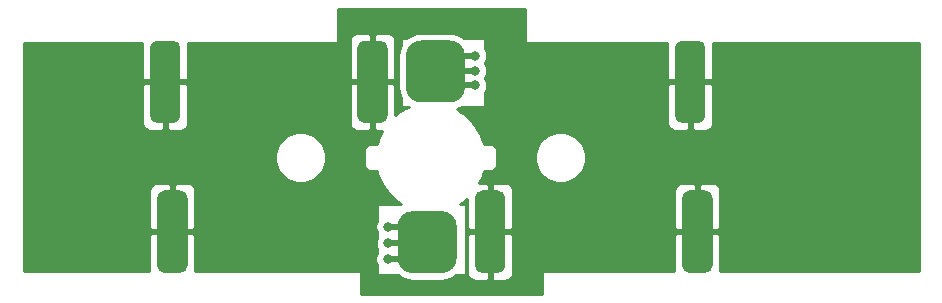
<source format=gtl>
%TF.GenerationSoftware,KiCad,Pcbnew,(5.1.9-0-10_14)*%
%TF.CreationDate,2022-02-18T16:15:46-06:00*%
%TF.ProjectId,OwlSat_Official,4f776c53-6174-45f4-9f66-66696369616c,4*%
%TF.SameCoordinates,Original*%
%TF.FileFunction,Copper,L1,Top*%
%TF.FilePolarity,Positive*%
%FSLAX46Y46*%
G04 Gerber Fmt 4.6, Leading zero omitted, Abs format (unit mm)*
G04 Created by KiCad (PCBNEW (5.1.9-0-10_14)) date 2022-02-18 16:15:46*
%MOMM*%
%LPD*%
G01*
G04 APERTURE LIST*
%TA.AperFunction,ViaPad*%
%ADD10C,0.800000*%
%TD*%
%TA.AperFunction,Conductor*%
%ADD11C,0.500000*%
%TD*%
%TA.AperFunction,Conductor*%
%ADD12C,0.254000*%
%TD*%
%TA.AperFunction,Conductor*%
%ADD13C,0.100000*%
%TD*%
G04 APERTURE END LIST*
%TO.P,U1,4*%
%TO.N,Net-(U1-Pad1)*%
%TA.AperFunction,SMDPad,CuDef*%
G36*
G01*
X127450000Y-85660000D02*
X127450000Y-91360000D01*
G75*
G02*
X126800000Y-92010000I-650000J0D01*
G01*
X125500000Y-92010000D01*
G75*
G02*
X124850000Y-91360000I0J650000D01*
G01*
X124850000Y-85660000D01*
G75*
G02*
X125500000Y-85010000I650000J0D01*
G01*
X126800000Y-85010000D01*
G75*
G02*
X127450000Y-85660000I0J-650000D01*
G01*
G37*
%TD.AperFunction*%
%TO.P,U1,3*%
%TA.AperFunction,SMDPad,CuDef*%
G36*
G01*
X145000000Y-85660000D02*
X145000000Y-91360000D01*
G75*
G02*
X144350000Y-92010000I-650000J0D01*
G01*
X143050000Y-92010000D01*
G75*
G02*
X142400000Y-91360000I0J650000D01*
G01*
X142400000Y-85660000D01*
G75*
G02*
X143050000Y-85010000I650000J0D01*
G01*
X144350000Y-85010000D01*
G75*
G02*
X145000000Y-85660000I0J-650000D01*
G01*
G37*
%TD.AperFunction*%
%TO.P,U1,2*%
%TO.N,Net-(U1-Pad2)*%
%TA.AperFunction,SMDPad,CuDef*%
G36*
G01*
X151530000Y-86255000D02*
X151530000Y-89005000D01*
G75*
G02*
X150280000Y-90255000I-1250000J0D01*
G01*
X147780000Y-90255000D01*
G75*
G02*
X146530000Y-89005000I0J1250000D01*
G01*
X146530000Y-86255000D01*
G75*
G02*
X147780000Y-85005000I1250000J0D01*
G01*
X150280000Y-85005000D01*
G75*
G02*
X151530000Y-86255000I0J-1250000D01*
G01*
G37*
%TD.AperFunction*%
%TO.P,U1,1*%
%TO.N,Net-(U1-Pad1)*%
%TA.AperFunction,SMDPad,CuDef*%
G36*
G01*
X171900000Y-85660000D02*
X171900000Y-91360000D01*
G75*
G02*
X171250000Y-92010000I-650000J0D01*
G01*
X169950000Y-92010000D01*
G75*
G02*
X169300000Y-91360000I0J650000D01*
G01*
X169300000Y-85660000D01*
G75*
G02*
X169950000Y-85010000I650000J0D01*
G01*
X171250000Y-85010000D01*
G75*
G02*
X171900000Y-85660000I0J-650000D01*
G01*
G37*
%TD.AperFunction*%
%TD*%
%TO.P,U2,1*%
%TO.N,Net-(U1-Pad1)*%
%TA.AperFunction,SMDPad,CuDef*%
G36*
G01*
X125460000Y-104050000D02*
X125460000Y-98350000D01*
G75*
G02*
X126110000Y-97700000I650000J0D01*
G01*
X127410000Y-97700000D01*
G75*
G02*
X128060000Y-98350000I0J-650000D01*
G01*
X128060000Y-104050000D01*
G75*
G02*
X127410000Y-104700000I-650000J0D01*
G01*
X126110000Y-104700000D01*
G75*
G02*
X125460000Y-104050000I0J650000D01*
G01*
G37*
%TD.AperFunction*%
%TO.P,U2,2*%
%TO.N,Net-(U1-Pad2)*%
%TA.AperFunction,SMDPad,CuDef*%
G36*
G01*
X145830000Y-103455000D02*
X145830000Y-100705000D01*
G75*
G02*
X147080000Y-99455000I1250000J0D01*
G01*
X149580000Y-99455000D01*
G75*
G02*
X150830000Y-100705000I0J-1250000D01*
G01*
X150830000Y-103455000D01*
G75*
G02*
X149580000Y-104705000I-1250000J0D01*
G01*
X147080000Y-104705000D01*
G75*
G02*
X145830000Y-103455000I0J1250000D01*
G01*
G37*
%TD.AperFunction*%
%TO.P,U2,3*%
%TO.N,Net-(U1-Pad1)*%
%TA.AperFunction,SMDPad,CuDef*%
G36*
G01*
X152360000Y-104050000D02*
X152360000Y-98350000D01*
G75*
G02*
X153010000Y-97700000I650000J0D01*
G01*
X154310000Y-97700000D01*
G75*
G02*
X154960000Y-98350000I0J-650000D01*
G01*
X154960000Y-104050000D01*
G75*
G02*
X154310000Y-104700000I-650000J0D01*
G01*
X153010000Y-104700000D01*
G75*
G02*
X152360000Y-104050000I0J650000D01*
G01*
G37*
%TD.AperFunction*%
%TO.P,U2,4*%
%TA.AperFunction,SMDPad,CuDef*%
G36*
G01*
X169910000Y-104050000D02*
X169910000Y-98350000D01*
G75*
G02*
X170560000Y-97700000I650000J0D01*
G01*
X171860000Y-97700000D01*
G75*
G02*
X172510000Y-98350000I0J-650000D01*
G01*
X172510000Y-104050000D01*
G75*
G02*
X171860000Y-104700000I-650000J0D01*
G01*
X170560000Y-104700000D01*
G75*
G02*
X169910000Y-104050000I0J650000D01*
G01*
G37*
%TD.AperFunction*%
%TD*%
D10*
%TO.N,Net-(U1-Pad1)*%
X184010000Y-92980000D03*
X184020000Y-94230000D03*
%TO.N,Net-(U1-Pad2)*%
X152390000Y-88800000D03*
X152400000Y-87560000D03*
X152400000Y-86290000D03*
X144990000Y-100780000D03*
X145010000Y-102160000D03*
X144980000Y-103510000D03*
%TD*%
D11*
%TO.N,Net-(U1-Pad2)*%
X147030000Y-100780000D02*
X148330000Y-102080000D01*
X144990000Y-100780000D02*
X147030000Y-100780000D01*
X148250000Y-102160000D02*
X148330000Y-102080000D01*
X145010000Y-102160000D02*
X148250000Y-102160000D01*
X146900000Y-103510000D02*
X148330000Y-102080000D01*
X144980000Y-103510000D02*
X146900000Y-103510000D01*
X150370000Y-86290000D02*
X149030000Y-87630000D01*
X152400000Y-86290000D02*
X150370000Y-86290000D01*
X149100000Y-87560000D02*
X149030000Y-87630000D01*
X152400000Y-87560000D02*
X149100000Y-87560000D01*
X150200000Y-88800000D02*
X149030000Y-87630000D01*
X152390000Y-88800000D02*
X150200000Y-88800000D01*
%TD*%
D12*
%TO.N,Net-(U1-Pad1)*%
X189950001Y-104513000D02*
X173147893Y-104513000D01*
X173145000Y-101485750D01*
X172986250Y-101327000D01*
X171337000Y-101327000D01*
X171337000Y-101347000D01*
X171083000Y-101347000D01*
X171083000Y-101327000D01*
X169433750Y-101327000D01*
X169275000Y-101485750D01*
X169272107Y-104513000D01*
X155597893Y-104513000D01*
X155595000Y-101485750D01*
X155436250Y-101327000D01*
X153787000Y-101327000D01*
X153787000Y-101347000D01*
X153533000Y-101347000D01*
X153533000Y-101327000D01*
X151883750Y-101327000D01*
X151725000Y-101485750D01*
X151722107Y-104513000D01*
X151627000Y-104513000D01*
X151627000Y-99000000D01*
X151624560Y-98975224D01*
X151617333Y-98951399D01*
X151605597Y-98929443D01*
X151589803Y-98910197D01*
X151570557Y-98894403D01*
X151548601Y-98882667D01*
X151524776Y-98875440D01*
X151500000Y-98873000D01*
X151084429Y-98873000D01*
X151450338Y-98640115D01*
X151497414Y-98603236D01*
X151545028Y-98566997D01*
X151551738Y-98560680D01*
X151722595Y-98397549D01*
X151725000Y-100914250D01*
X151883750Y-101073000D01*
X153533000Y-101073000D01*
X153533000Y-97223750D01*
X153787000Y-97223750D01*
X153787000Y-101073000D01*
X155436250Y-101073000D01*
X155595000Y-100914250D01*
X155598072Y-97700000D01*
X169271928Y-97700000D01*
X169275000Y-100914250D01*
X169433750Y-101073000D01*
X171083000Y-101073000D01*
X171083000Y-97223750D01*
X171337000Y-97223750D01*
X171337000Y-101073000D01*
X172986250Y-101073000D01*
X173145000Y-100914250D01*
X173148072Y-97700000D01*
X173135812Y-97575518D01*
X173099502Y-97455820D01*
X173040537Y-97345506D01*
X172961185Y-97248815D01*
X172864494Y-97169463D01*
X172754180Y-97110498D01*
X172634482Y-97074188D01*
X172510000Y-97061928D01*
X171495750Y-97065000D01*
X171337000Y-97223750D01*
X171083000Y-97223750D01*
X170924250Y-97065000D01*
X169910000Y-97061928D01*
X169785518Y-97074188D01*
X169665820Y-97110498D01*
X169555506Y-97169463D01*
X169458815Y-97248815D01*
X169379463Y-97345506D01*
X169320498Y-97455820D01*
X169284188Y-97575518D01*
X169271928Y-97700000D01*
X155598072Y-97700000D01*
X155585812Y-97575518D01*
X155549502Y-97455820D01*
X155490537Y-97345506D01*
X155411185Y-97248815D01*
X155314494Y-97169463D01*
X155204180Y-97110498D01*
X155084482Y-97074188D01*
X154960000Y-97061928D01*
X153945750Y-97065000D01*
X153787000Y-97223750D01*
X153533000Y-97223750D01*
X153374250Y-97065000D01*
X152765773Y-97063157D01*
X153039993Y-96445073D01*
X153058797Y-96388296D01*
X153078399Y-96331771D01*
X153080491Y-96322796D01*
X153137577Y-96070000D01*
X153577581Y-96070000D01*
X153610000Y-96073193D01*
X153642419Y-96070000D01*
X153739383Y-96060450D01*
X153863793Y-96022710D01*
X153978450Y-95961425D01*
X154078948Y-95878948D01*
X154161425Y-95778450D01*
X154222710Y-95663793D01*
X154260450Y-95539383D01*
X154273193Y-95410000D01*
X154270000Y-95377581D01*
X154270000Y-94696323D01*
X157440497Y-94696323D01*
X157440497Y-95123677D01*
X157523870Y-95542821D01*
X157687412Y-95937645D01*
X157924837Y-96292977D01*
X158227023Y-96595163D01*
X158582355Y-96832588D01*
X158977179Y-96996130D01*
X159396323Y-97079503D01*
X159823677Y-97079503D01*
X160242821Y-96996130D01*
X160637645Y-96832588D01*
X160992977Y-96595163D01*
X161295163Y-96292977D01*
X161532588Y-95937645D01*
X161696130Y-95542821D01*
X161779503Y-95123677D01*
X161779503Y-94696323D01*
X161696130Y-94277179D01*
X161532588Y-93882355D01*
X161295163Y-93527023D01*
X160992977Y-93224837D01*
X160637645Y-92987412D01*
X160242821Y-92823870D01*
X159823677Y-92740497D01*
X159396323Y-92740497D01*
X158977179Y-92823870D01*
X158582355Y-92987412D01*
X158227023Y-93224837D01*
X157924837Y-93527023D01*
X157687412Y-93882355D01*
X157523870Y-94277179D01*
X157440497Y-94696323D01*
X154270000Y-94696323D01*
X154270000Y-94442419D01*
X154273193Y-94410000D01*
X154260450Y-94280617D01*
X154222710Y-94156207D01*
X154161425Y-94041550D01*
X154078948Y-93941052D01*
X153978450Y-93858575D01*
X153863793Y-93797290D01*
X153739383Y-93759550D01*
X153642419Y-93750000D01*
X153610000Y-93746807D01*
X153577581Y-93750000D01*
X153148282Y-93750000D01*
X153133971Y-93680282D01*
X153118431Y-93630081D01*
X153104706Y-93579334D01*
X153101383Y-93570738D01*
X152812519Y-92838686D01*
X152785230Y-92785438D01*
X152758701Y-92731839D01*
X152753772Y-92724053D01*
X152328219Y-92062051D01*
X152291129Y-92015144D01*
X152287178Y-92010000D01*
X168661928Y-92010000D01*
X168674188Y-92134482D01*
X168710498Y-92254180D01*
X168769463Y-92364494D01*
X168848815Y-92461185D01*
X168945506Y-92540537D01*
X169055820Y-92599502D01*
X169175518Y-92635812D01*
X169300000Y-92648072D01*
X170314250Y-92645000D01*
X170473000Y-92486250D01*
X170473000Y-88637000D01*
X170727000Y-88637000D01*
X170727000Y-92486250D01*
X170885750Y-92645000D01*
X171900000Y-92648072D01*
X172024482Y-92635812D01*
X172144180Y-92599502D01*
X172254494Y-92540537D01*
X172351185Y-92461185D01*
X172430537Y-92364494D01*
X172489502Y-92254180D01*
X172525812Y-92134482D01*
X172538072Y-92010000D01*
X172535000Y-88795750D01*
X172376250Y-88637000D01*
X170727000Y-88637000D01*
X170473000Y-88637000D01*
X168823750Y-88637000D01*
X168665000Y-88795750D01*
X168661928Y-92010000D01*
X152287178Y-92010000D01*
X152254674Y-91967693D01*
X152248327Y-91961012D01*
X151702296Y-91394274D01*
X151656769Y-91355438D01*
X151611822Y-91315997D01*
X151604298Y-91310677D01*
X150958586Y-90860791D01*
X150906413Y-90831553D01*
X150854632Y-90801578D01*
X150846217Y-90797820D01*
X150844800Y-90797199D01*
X151002534Y-90749351D01*
X151250145Y-90617000D01*
X153140000Y-90617000D01*
X153164776Y-90614560D01*
X153188601Y-90607333D01*
X153210557Y-90595597D01*
X153229803Y-90579803D01*
X153245597Y-90560557D01*
X153257333Y-90538601D01*
X153264560Y-90514776D01*
X153267000Y-90490000D01*
X153267000Y-89350427D01*
X153307205Y-89290256D01*
X153385226Y-89101898D01*
X153425000Y-88901939D01*
X153425000Y-88698061D01*
X153385226Y-88498102D01*
X153307205Y-88309744D01*
X153267000Y-88249573D01*
X153267000Y-88125393D01*
X153317205Y-88050256D01*
X153395226Y-87861898D01*
X153435000Y-87661939D01*
X153435000Y-87458061D01*
X153395226Y-87258102D01*
X153317205Y-87069744D01*
X153267000Y-86994607D01*
X153267000Y-86855393D01*
X153317205Y-86780256D01*
X153395226Y-86591898D01*
X153435000Y-86391939D01*
X153435000Y-86188061D01*
X153395226Y-85988102D01*
X153317205Y-85799744D01*
X153267000Y-85724607D01*
X153267000Y-85191877D01*
X168662100Y-85189865D01*
X168665000Y-88224250D01*
X168823750Y-88383000D01*
X170473000Y-88383000D01*
X170473000Y-88363000D01*
X170727000Y-88363000D01*
X170727000Y-88383000D01*
X172376250Y-88383000D01*
X172535000Y-88224250D01*
X172537901Y-85189358D01*
X189950000Y-85187083D01*
X189950001Y-104513000D01*
%TA.AperFunction,Conductor*%
D13*
G36*
X189950001Y-104513000D02*
G01*
X173147893Y-104513000D01*
X173145000Y-101485750D01*
X172986250Y-101327000D01*
X171337000Y-101327000D01*
X171337000Y-101347000D01*
X171083000Y-101347000D01*
X171083000Y-101327000D01*
X169433750Y-101327000D01*
X169275000Y-101485750D01*
X169272107Y-104513000D01*
X155597893Y-104513000D01*
X155595000Y-101485750D01*
X155436250Y-101327000D01*
X153787000Y-101327000D01*
X153787000Y-101347000D01*
X153533000Y-101347000D01*
X153533000Y-101327000D01*
X151883750Y-101327000D01*
X151725000Y-101485750D01*
X151722107Y-104513000D01*
X151627000Y-104513000D01*
X151627000Y-99000000D01*
X151624560Y-98975224D01*
X151617333Y-98951399D01*
X151605597Y-98929443D01*
X151589803Y-98910197D01*
X151570557Y-98894403D01*
X151548601Y-98882667D01*
X151524776Y-98875440D01*
X151500000Y-98873000D01*
X151084429Y-98873000D01*
X151450338Y-98640115D01*
X151497414Y-98603236D01*
X151545028Y-98566997D01*
X151551738Y-98560680D01*
X151722595Y-98397549D01*
X151725000Y-100914250D01*
X151883750Y-101073000D01*
X153533000Y-101073000D01*
X153533000Y-97223750D01*
X153787000Y-97223750D01*
X153787000Y-101073000D01*
X155436250Y-101073000D01*
X155595000Y-100914250D01*
X155598072Y-97700000D01*
X169271928Y-97700000D01*
X169275000Y-100914250D01*
X169433750Y-101073000D01*
X171083000Y-101073000D01*
X171083000Y-97223750D01*
X171337000Y-97223750D01*
X171337000Y-101073000D01*
X172986250Y-101073000D01*
X173145000Y-100914250D01*
X173148072Y-97700000D01*
X173135812Y-97575518D01*
X173099502Y-97455820D01*
X173040537Y-97345506D01*
X172961185Y-97248815D01*
X172864494Y-97169463D01*
X172754180Y-97110498D01*
X172634482Y-97074188D01*
X172510000Y-97061928D01*
X171495750Y-97065000D01*
X171337000Y-97223750D01*
X171083000Y-97223750D01*
X170924250Y-97065000D01*
X169910000Y-97061928D01*
X169785518Y-97074188D01*
X169665820Y-97110498D01*
X169555506Y-97169463D01*
X169458815Y-97248815D01*
X169379463Y-97345506D01*
X169320498Y-97455820D01*
X169284188Y-97575518D01*
X169271928Y-97700000D01*
X155598072Y-97700000D01*
X155585812Y-97575518D01*
X155549502Y-97455820D01*
X155490537Y-97345506D01*
X155411185Y-97248815D01*
X155314494Y-97169463D01*
X155204180Y-97110498D01*
X155084482Y-97074188D01*
X154960000Y-97061928D01*
X153945750Y-97065000D01*
X153787000Y-97223750D01*
X153533000Y-97223750D01*
X153374250Y-97065000D01*
X152765773Y-97063157D01*
X153039993Y-96445073D01*
X153058797Y-96388296D01*
X153078399Y-96331771D01*
X153080491Y-96322796D01*
X153137577Y-96070000D01*
X153577581Y-96070000D01*
X153610000Y-96073193D01*
X153642419Y-96070000D01*
X153739383Y-96060450D01*
X153863793Y-96022710D01*
X153978450Y-95961425D01*
X154078948Y-95878948D01*
X154161425Y-95778450D01*
X154222710Y-95663793D01*
X154260450Y-95539383D01*
X154273193Y-95410000D01*
X154270000Y-95377581D01*
X154270000Y-94696323D01*
X157440497Y-94696323D01*
X157440497Y-95123677D01*
X157523870Y-95542821D01*
X157687412Y-95937645D01*
X157924837Y-96292977D01*
X158227023Y-96595163D01*
X158582355Y-96832588D01*
X158977179Y-96996130D01*
X159396323Y-97079503D01*
X159823677Y-97079503D01*
X160242821Y-96996130D01*
X160637645Y-96832588D01*
X160992977Y-96595163D01*
X161295163Y-96292977D01*
X161532588Y-95937645D01*
X161696130Y-95542821D01*
X161779503Y-95123677D01*
X161779503Y-94696323D01*
X161696130Y-94277179D01*
X161532588Y-93882355D01*
X161295163Y-93527023D01*
X160992977Y-93224837D01*
X160637645Y-92987412D01*
X160242821Y-92823870D01*
X159823677Y-92740497D01*
X159396323Y-92740497D01*
X158977179Y-92823870D01*
X158582355Y-92987412D01*
X158227023Y-93224837D01*
X157924837Y-93527023D01*
X157687412Y-93882355D01*
X157523870Y-94277179D01*
X157440497Y-94696323D01*
X154270000Y-94696323D01*
X154270000Y-94442419D01*
X154273193Y-94410000D01*
X154260450Y-94280617D01*
X154222710Y-94156207D01*
X154161425Y-94041550D01*
X154078948Y-93941052D01*
X153978450Y-93858575D01*
X153863793Y-93797290D01*
X153739383Y-93759550D01*
X153642419Y-93750000D01*
X153610000Y-93746807D01*
X153577581Y-93750000D01*
X153148282Y-93750000D01*
X153133971Y-93680282D01*
X153118431Y-93630081D01*
X153104706Y-93579334D01*
X153101383Y-93570738D01*
X152812519Y-92838686D01*
X152785230Y-92785438D01*
X152758701Y-92731839D01*
X152753772Y-92724053D01*
X152328219Y-92062051D01*
X152291129Y-92015144D01*
X152287178Y-92010000D01*
X168661928Y-92010000D01*
X168674188Y-92134482D01*
X168710498Y-92254180D01*
X168769463Y-92364494D01*
X168848815Y-92461185D01*
X168945506Y-92540537D01*
X169055820Y-92599502D01*
X169175518Y-92635812D01*
X169300000Y-92648072D01*
X170314250Y-92645000D01*
X170473000Y-92486250D01*
X170473000Y-88637000D01*
X170727000Y-88637000D01*
X170727000Y-92486250D01*
X170885750Y-92645000D01*
X171900000Y-92648072D01*
X172024482Y-92635812D01*
X172144180Y-92599502D01*
X172254494Y-92540537D01*
X172351185Y-92461185D01*
X172430537Y-92364494D01*
X172489502Y-92254180D01*
X172525812Y-92134482D01*
X172538072Y-92010000D01*
X172535000Y-88795750D01*
X172376250Y-88637000D01*
X170727000Y-88637000D01*
X170473000Y-88637000D01*
X168823750Y-88637000D01*
X168665000Y-88795750D01*
X168661928Y-92010000D01*
X152287178Y-92010000D01*
X152254674Y-91967693D01*
X152248327Y-91961012D01*
X151702296Y-91394274D01*
X151656769Y-91355438D01*
X151611822Y-91315997D01*
X151604298Y-91310677D01*
X150958586Y-90860791D01*
X150906413Y-90831553D01*
X150854632Y-90801578D01*
X150846217Y-90797820D01*
X150844800Y-90797199D01*
X151002534Y-90749351D01*
X151250145Y-90617000D01*
X153140000Y-90617000D01*
X153164776Y-90614560D01*
X153188601Y-90607333D01*
X153210557Y-90595597D01*
X153229803Y-90579803D01*
X153245597Y-90560557D01*
X153257333Y-90538601D01*
X153264560Y-90514776D01*
X153267000Y-90490000D01*
X153267000Y-89350427D01*
X153307205Y-89290256D01*
X153385226Y-89101898D01*
X153425000Y-88901939D01*
X153425000Y-88698061D01*
X153385226Y-88498102D01*
X153307205Y-88309744D01*
X153267000Y-88249573D01*
X153267000Y-88125393D01*
X153317205Y-88050256D01*
X153395226Y-87861898D01*
X153435000Y-87661939D01*
X153435000Y-87458061D01*
X153395226Y-87258102D01*
X153317205Y-87069744D01*
X153267000Y-86994607D01*
X153267000Y-86855393D01*
X153317205Y-86780256D01*
X153395226Y-86591898D01*
X153435000Y-86391939D01*
X153435000Y-86188061D01*
X153395226Y-85988102D01*
X153317205Y-85799744D01*
X153267000Y-85724607D01*
X153267000Y-85191877D01*
X168662100Y-85189865D01*
X168665000Y-88224250D01*
X168823750Y-88383000D01*
X170473000Y-88383000D01*
X170473000Y-88363000D01*
X170727000Y-88363000D01*
X170727000Y-88383000D01*
X172376250Y-88383000D01*
X172535000Y-88224250D01*
X172537901Y-85189358D01*
X189950000Y-85187083D01*
X189950001Y-104513000D01*
G37*
%TD.AperFunction*%
D12*
X146083000Y-85443879D02*
X146035649Y-85532466D01*
X145928207Y-85886655D01*
X145891928Y-86255000D01*
X145891928Y-89005000D01*
X145928207Y-89373345D01*
X146035649Y-89727534D01*
X146083000Y-89816121D01*
X146083000Y-90490000D01*
X146085440Y-90514776D01*
X146092667Y-90538601D01*
X146104403Y-90560557D01*
X146120197Y-90579803D01*
X146139443Y-90595597D01*
X146161399Y-90607333D01*
X146185224Y-90614560D01*
X146210000Y-90617000D01*
X146780697Y-90617000D01*
X146558076Y-90703054D01*
X146504675Y-90729951D01*
X146450857Y-90756123D01*
X146443036Y-90760998D01*
X145778079Y-91181918D01*
X145730892Y-91218697D01*
X145683209Y-91254804D01*
X145676484Y-91261105D01*
X145637392Y-91298246D01*
X145635000Y-88795750D01*
X145476250Y-88637000D01*
X143827000Y-88637000D01*
X143827000Y-92486250D01*
X143985750Y-92645000D01*
X144507402Y-92646580D01*
X144507349Y-92646670D01*
X144503533Y-92655058D01*
X144182610Y-93373634D01*
X144163665Y-93430368D01*
X144143925Y-93486842D01*
X144141810Y-93495812D01*
X144083752Y-93750000D01*
X143642428Y-93750001D01*
X143610000Y-93746807D01*
X143480617Y-93759550D01*
X143356207Y-93797290D01*
X143241550Y-93858575D01*
X143141052Y-93941052D01*
X143058575Y-94041551D01*
X142997290Y-94156208D01*
X142959550Y-94280618D01*
X142950000Y-94377582D01*
X142950000Y-94377588D01*
X142946808Y-94410000D01*
X142950000Y-94442410D01*
X142950001Y-95377571D01*
X142946807Y-95410000D01*
X142959550Y-95539383D01*
X142997290Y-95663793D01*
X143058575Y-95778450D01*
X143141052Y-95878948D01*
X143241550Y-95961425D01*
X143356207Y-96022710D01*
X143480617Y-96060450D01*
X143577581Y-96070000D01*
X143610000Y-96073193D01*
X143642419Y-96070000D01*
X144071717Y-96070000D01*
X144089968Y-96158910D01*
X144105750Y-96209891D01*
X144119810Y-96261377D01*
X144123154Y-96269964D01*
X144413729Y-97001075D01*
X144441126Y-97054213D01*
X144467809Y-97107789D01*
X144472757Y-97115563D01*
X144899804Y-97776310D01*
X144937019Y-97823138D01*
X144973583Y-97870489D01*
X144979947Y-97877154D01*
X145527201Y-98442370D01*
X145572822Y-98481093D01*
X145617866Y-98520423D01*
X145625403Y-98525725D01*
X146126464Y-98873000D01*
X144190000Y-98873000D01*
X144165224Y-98875440D01*
X144141399Y-98882667D01*
X144119443Y-98894403D01*
X144100197Y-98910197D01*
X144084403Y-98929443D01*
X144072667Y-98951399D01*
X144065440Y-98975224D01*
X144063000Y-99000000D01*
X144063000Y-100313391D01*
X143994774Y-100478102D01*
X143955000Y-100678061D01*
X143955000Y-100881939D01*
X143994774Y-101081898D01*
X144063000Y-101246609D01*
X144063000Y-101741675D01*
X144014774Y-101858102D01*
X143975000Y-102058061D01*
X143975000Y-102261939D01*
X144014774Y-102461898D01*
X144063000Y-102578325D01*
X144063000Y-103019437D01*
X144062795Y-103019744D01*
X143984774Y-103208102D01*
X143945000Y-103408061D01*
X143945000Y-103611939D01*
X143984774Y-103811898D01*
X144062795Y-104000256D01*
X144063000Y-104000563D01*
X144063000Y-104513000D01*
X128697893Y-104513000D01*
X128695000Y-101485750D01*
X128536250Y-101327000D01*
X126887000Y-101327000D01*
X126887000Y-101347000D01*
X126633000Y-101347000D01*
X126633000Y-101327000D01*
X124983750Y-101327000D01*
X124825000Y-101485750D01*
X124822107Y-104513000D01*
X114197000Y-104513000D01*
X114197000Y-97700000D01*
X124821928Y-97700000D01*
X124825000Y-100914250D01*
X124983750Y-101073000D01*
X126633000Y-101073000D01*
X126633000Y-97223750D01*
X126887000Y-97223750D01*
X126887000Y-101073000D01*
X128536250Y-101073000D01*
X128695000Y-100914250D01*
X128698072Y-97700000D01*
X128685812Y-97575518D01*
X128649502Y-97455820D01*
X128590537Y-97345506D01*
X128511185Y-97248815D01*
X128414494Y-97169463D01*
X128304180Y-97110498D01*
X128184482Y-97074188D01*
X128060000Y-97061928D01*
X127045750Y-97065000D01*
X126887000Y-97223750D01*
X126633000Y-97223750D01*
X126474250Y-97065000D01*
X125460000Y-97061928D01*
X125335518Y-97074188D01*
X125215820Y-97110498D01*
X125105506Y-97169463D01*
X125008815Y-97248815D01*
X124929463Y-97345506D01*
X124870498Y-97455820D01*
X124834188Y-97575518D01*
X124821928Y-97700000D01*
X114197000Y-97700000D01*
X114197000Y-94696323D01*
X135440497Y-94696323D01*
X135440497Y-95123677D01*
X135523870Y-95542821D01*
X135687412Y-95937645D01*
X135924837Y-96292977D01*
X136227023Y-96595163D01*
X136582355Y-96832588D01*
X136977179Y-96996130D01*
X137396323Y-97079503D01*
X137823677Y-97079503D01*
X138242821Y-96996130D01*
X138637645Y-96832588D01*
X138992977Y-96595163D01*
X139295163Y-96292977D01*
X139532588Y-95937645D01*
X139696130Y-95542821D01*
X139779503Y-95123677D01*
X139779503Y-94696323D01*
X139696130Y-94277179D01*
X139532588Y-93882355D01*
X139295163Y-93527023D01*
X138992977Y-93224837D01*
X138637645Y-92987412D01*
X138242821Y-92823870D01*
X137823677Y-92740497D01*
X137396323Y-92740497D01*
X136977179Y-92823870D01*
X136582355Y-92987412D01*
X136227023Y-93224837D01*
X135924837Y-93527023D01*
X135687412Y-93882355D01*
X135523870Y-94277179D01*
X135440497Y-94696323D01*
X114197000Y-94696323D01*
X114197000Y-92010000D01*
X124211928Y-92010000D01*
X124224188Y-92134482D01*
X124260498Y-92254180D01*
X124319463Y-92364494D01*
X124398815Y-92461185D01*
X124495506Y-92540537D01*
X124605820Y-92599502D01*
X124725518Y-92635812D01*
X124850000Y-92648072D01*
X125864250Y-92645000D01*
X126023000Y-92486250D01*
X126023000Y-88637000D01*
X126277000Y-88637000D01*
X126277000Y-92486250D01*
X126435750Y-92645000D01*
X127450000Y-92648072D01*
X127574482Y-92635812D01*
X127694180Y-92599502D01*
X127804494Y-92540537D01*
X127901185Y-92461185D01*
X127980537Y-92364494D01*
X128039502Y-92254180D01*
X128075812Y-92134482D01*
X128088072Y-92010000D01*
X141761928Y-92010000D01*
X141774188Y-92134482D01*
X141810498Y-92254180D01*
X141869463Y-92364494D01*
X141948815Y-92461185D01*
X142045506Y-92540537D01*
X142155820Y-92599502D01*
X142275518Y-92635812D01*
X142400000Y-92648072D01*
X143414250Y-92645000D01*
X143573000Y-92486250D01*
X143573000Y-88637000D01*
X141923750Y-88637000D01*
X141765000Y-88795750D01*
X141761928Y-92010000D01*
X128088072Y-92010000D01*
X128085000Y-88795750D01*
X127926250Y-88637000D01*
X126277000Y-88637000D01*
X126023000Y-88637000D01*
X124373750Y-88637000D01*
X124215000Y-88795750D01*
X124211928Y-92010000D01*
X114197000Y-92010000D01*
X114197000Y-85196983D01*
X124212105Y-85195674D01*
X124215000Y-88224250D01*
X124373750Y-88383000D01*
X126023000Y-88383000D01*
X126023000Y-88363000D01*
X126277000Y-88363000D01*
X126277000Y-88383000D01*
X127926250Y-88383000D01*
X128085000Y-88224250D01*
X128087895Y-85195168D01*
X141762103Y-85193380D01*
X141765000Y-88224250D01*
X141923750Y-88383000D01*
X143573000Y-88383000D01*
X143573000Y-88363000D01*
X143827000Y-88363000D01*
X143827000Y-88383000D01*
X145476250Y-88383000D01*
X145635000Y-88224250D01*
X145637897Y-85192874D01*
X146083000Y-85192816D01*
X146083000Y-85443879D01*
%TA.AperFunction,Conductor*%
D13*
G36*
X146083000Y-85443879D02*
G01*
X146035649Y-85532466D01*
X145928207Y-85886655D01*
X145891928Y-86255000D01*
X145891928Y-89005000D01*
X145928207Y-89373345D01*
X146035649Y-89727534D01*
X146083000Y-89816121D01*
X146083000Y-90490000D01*
X146085440Y-90514776D01*
X146092667Y-90538601D01*
X146104403Y-90560557D01*
X146120197Y-90579803D01*
X146139443Y-90595597D01*
X146161399Y-90607333D01*
X146185224Y-90614560D01*
X146210000Y-90617000D01*
X146780697Y-90617000D01*
X146558076Y-90703054D01*
X146504675Y-90729951D01*
X146450857Y-90756123D01*
X146443036Y-90760998D01*
X145778079Y-91181918D01*
X145730892Y-91218697D01*
X145683209Y-91254804D01*
X145676484Y-91261105D01*
X145637392Y-91298246D01*
X145635000Y-88795750D01*
X145476250Y-88637000D01*
X143827000Y-88637000D01*
X143827000Y-92486250D01*
X143985750Y-92645000D01*
X144507402Y-92646580D01*
X144507349Y-92646670D01*
X144503533Y-92655058D01*
X144182610Y-93373634D01*
X144163665Y-93430368D01*
X144143925Y-93486842D01*
X144141810Y-93495812D01*
X144083752Y-93750000D01*
X143642428Y-93750001D01*
X143610000Y-93746807D01*
X143480617Y-93759550D01*
X143356207Y-93797290D01*
X143241550Y-93858575D01*
X143141052Y-93941052D01*
X143058575Y-94041551D01*
X142997290Y-94156208D01*
X142959550Y-94280618D01*
X142950000Y-94377582D01*
X142950000Y-94377588D01*
X142946808Y-94410000D01*
X142950000Y-94442410D01*
X142950001Y-95377571D01*
X142946807Y-95410000D01*
X142959550Y-95539383D01*
X142997290Y-95663793D01*
X143058575Y-95778450D01*
X143141052Y-95878948D01*
X143241550Y-95961425D01*
X143356207Y-96022710D01*
X143480617Y-96060450D01*
X143577581Y-96070000D01*
X143610000Y-96073193D01*
X143642419Y-96070000D01*
X144071717Y-96070000D01*
X144089968Y-96158910D01*
X144105750Y-96209891D01*
X144119810Y-96261377D01*
X144123154Y-96269964D01*
X144413729Y-97001075D01*
X144441126Y-97054213D01*
X144467809Y-97107789D01*
X144472757Y-97115563D01*
X144899804Y-97776310D01*
X144937019Y-97823138D01*
X144973583Y-97870489D01*
X144979947Y-97877154D01*
X145527201Y-98442370D01*
X145572822Y-98481093D01*
X145617866Y-98520423D01*
X145625403Y-98525725D01*
X146126464Y-98873000D01*
X144190000Y-98873000D01*
X144165224Y-98875440D01*
X144141399Y-98882667D01*
X144119443Y-98894403D01*
X144100197Y-98910197D01*
X144084403Y-98929443D01*
X144072667Y-98951399D01*
X144065440Y-98975224D01*
X144063000Y-99000000D01*
X144063000Y-100313391D01*
X143994774Y-100478102D01*
X143955000Y-100678061D01*
X143955000Y-100881939D01*
X143994774Y-101081898D01*
X144063000Y-101246609D01*
X144063000Y-101741675D01*
X144014774Y-101858102D01*
X143975000Y-102058061D01*
X143975000Y-102261939D01*
X144014774Y-102461898D01*
X144063000Y-102578325D01*
X144063000Y-103019437D01*
X144062795Y-103019744D01*
X143984774Y-103208102D01*
X143945000Y-103408061D01*
X143945000Y-103611939D01*
X143984774Y-103811898D01*
X144062795Y-104000256D01*
X144063000Y-104000563D01*
X144063000Y-104513000D01*
X128697893Y-104513000D01*
X128695000Y-101485750D01*
X128536250Y-101327000D01*
X126887000Y-101327000D01*
X126887000Y-101347000D01*
X126633000Y-101347000D01*
X126633000Y-101327000D01*
X124983750Y-101327000D01*
X124825000Y-101485750D01*
X124822107Y-104513000D01*
X114197000Y-104513000D01*
X114197000Y-97700000D01*
X124821928Y-97700000D01*
X124825000Y-100914250D01*
X124983750Y-101073000D01*
X126633000Y-101073000D01*
X126633000Y-97223750D01*
X126887000Y-97223750D01*
X126887000Y-101073000D01*
X128536250Y-101073000D01*
X128695000Y-100914250D01*
X128698072Y-97700000D01*
X128685812Y-97575518D01*
X128649502Y-97455820D01*
X128590537Y-97345506D01*
X128511185Y-97248815D01*
X128414494Y-97169463D01*
X128304180Y-97110498D01*
X128184482Y-97074188D01*
X128060000Y-97061928D01*
X127045750Y-97065000D01*
X126887000Y-97223750D01*
X126633000Y-97223750D01*
X126474250Y-97065000D01*
X125460000Y-97061928D01*
X125335518Y-97074188D01*
X125215820Y-97110498D01*
X125105506Y-97169463D01*
X125008815Y-97248815D01*
X124929463Y-97345506D01*
X124870498Y-97455820D01*
X124834188Y-97575518D01*
X124821928Y-97700000D01*
X114197000Y-97700000D01*
X114197000Y-94696323D01*
X135440497Y-94696323D01*
X135440497Y-95123677D01*
X135523870Y-95542821D01*
X135687412Y-95937645D01*
X135924837Y-96292977D01*
X136227023Y-96595163D01*
X136582355Y-96832588D01*
X136977179Y-96996130D01*
X137396323Y-97079503D01*
X137823677Y-97079503D01*
X138242821Y-96996130D01*
X138637645Y-96832588D01*
X138992977Y-96595163D01*
X139295163Y-96292977D01*
X139532588Y-95937645D01*
X139696130Y-95542821D01*
X139779503Y-95123677D01*
X139779503Y-94696323D01*
X139696130Y-94277179D01*
X139532588Y-93882355D01*
X139295163Y-93527023D01*
X138992977Y-93224837D01*
X138637645Y-92987412D01*
X138242821Y-92823870D01*
X137823677Y-92740497D01*
X137396323Y-92740497D01*
X136977179Y-92823870D01*
X136582355Y-92987412D01*
X136227023Y-93224837D01*
X135924837Y-93527023D01*
X135687412Y-93882355D01*
X135523870Y-94277179D01*
X135440497Y-94696323D01*
X114197000Y-94696323D01*
X114197000Y-92010000D01*
X124211928Y-92010000D01*
X124224188Y-92134482D01*
X124260498Y-92254180D01*
X124319463Y-92364494D01*
X124398815Y-92461185D01*
X124495506Y-92540537D01*
X124605820Y-92599502D01*
X124725518Y-92635812D01*
X124850000Y-92648072D01*
X125864250Y-92645000D01*
X126023000Y-92486250D01*
X126023000Y-88637000D01*
X126277000Y-88637000D01*
X126277000Y-92486250D01*
X126435750Y-92645000D01*
X127450000Y-92648072D01*
X127574482Y-92635812D01*
X127694180Y-92599502D01*
X127804494Y-92540537D01*
X127901185Y-92461185D01*
X127980537Y-92364494D01*
X128039502Y-92254180D01*
X128075812Y-92134482D01*
X128088072Y-92010000D01*
X141761928Y-92010000D01*
X141774188Y-92134482D01*
X141810498Y-92254180D01*
X141869463Y-92364494D01*
X141948815Y-92461185D01*
X142045506Y-92540537D01*
X142155820Y-92599502D01*
X142275518Y-92635812D01*
X142400000Y-92648072D01*
X143414250Y-92645000D01*
X143573000Y-92486250D01*
X143573000Y-88637000D01*
X141923750Y-88637000D01*
X141765000Y-88795750D01*
X141761928Y-92010000D01*
X128088072Y-92010000D01*
X128085000Y-88795750D01*
X127926250Y-88637000D01*
X126277000Y-88637000D01*
X126023000Y-88637000D01*
X124373750Y-88637000D01*
X124215000Y-88795750D01*
X124211928Y-92010000D01*
X114197000Y-92010000D01*
X114197000Y-85196983D01*
X124212105Y-85195674D01*
X124215000Y-88224250D01*
X124373750Y-88383000D01*
X126023000Y-88383000D01*
X126023000Y-88363000D01*
X126277000Y-88363000D01*
X126277000Y-88383000D01*
X127926250Y-88383000D01*
X128085000Y-88224250D01*
X128087895Y-85195168D01*
X141762103Y-85193380D01*
X141765000Y-88224250D01*
X141923750Y-88383000D01*
X143573000Y-88383000D01*
X143573000Y-88363000D01*
X143827000Y-88363000D01*
X143827000Y-88383000D01*
X145476250Y-88383000D01*
X145635000Y-88224250D01*
X145637897Y-85192874D01*
X146083000Y-85192816D01*
X146083000Y-85443879D01*
G37*
%TD.AperFunction*%
%TD*%
D12*
%TO.N,Net-(U1-Pad1)*%
X156603000Y-85173079D02*
X153267000Y-85175150D01*
X153267000Y-84940000D01*
X153264560Y-84915224D01*
X153257333Y-84891399D01*
X153245597Y-84869443D01*
X153229803Y-84850197D01*
X153210557Y-84834403D01*
X153188601Y-84822667D01*
X153164776Y-84815440D01*
X153140000Y-84813000D01*
X151484773Y-84813000D01*
X151328957Y-84685126D01*
X151002534Y-84510649D01*
X150648345Y-84403207D01*
X150280000Y-84366928D01*
X147780000Y-84366928D01*
X147411655Y-84403207D01*
X147057466Y-84510649D01*
X146731043Y-84685126D01*
X146575227Y-84813000D01*
X146210000Y-84813000D01*
X146185224Y-84815440D01*
X146161399Y-84822667D01*
X146139443Y-84834403D01*
X146120197Y-84850197D01*
X146104403Y-84869443D01*
X146092667Y-84891399D01*
X146085440Y-84915224D01*
X146083000Y-84940000D01*
X146083000Y-85179609D01*
X145637910Y-85179885D01*
X145638072Y-85010000D01*
X145625812Y-84885518D01*
X145589502Y-84765820D01*
X145530537Y-84655506D01*
X145451185Y-84558815D01*
X145354494Y-84479463D01*
X145244180Y-84420498D01*
X145124482Y-84384188D01*
X145000000Y-84371928D01*
X143985750Y-84375000D01*
X143827000Y-84533750D01*
X143827000Y-85181009D01*
X143573000Y-85181167D01*
X143573000Y-84533750D01*
X143414250Y-84375000D01*
X142400000Y-84371928D01*
X142275518Y-84384188D01*
X142155820Y-84420498D01*
X142045506Y-84479463D01*
X141948815Y-84558815D01*
X141869463Y-84655506D01*
X141810498Y-84765820D01*
X141774188Y-84885518D01*
X141761928Y-85010000D01*
X141762093Y-85182291D01*
X140747409Y-85182921D01*
X140756592Y-82327000D01*
X156603000Y-82327000D01*
X156603000Y-85173079D01*
%TA.AperFunction,Conductor*%
D13*
G36*
X156603000Y-85173079D02*
G01*
X153267000Y-85175150D01*
X153267000Y-84940000D01*
X153264560Y-84915224D01*
X153257333Y-84891399D01*
X153245597Y-84869443D01*
X153229803Y-84850197D01*
X153210557Y-84834403D01*
X153188601Y-84822667D01*
X153164776Y-84815440D01*
X153140000Y-84813000D01*
X151484773Y-84813000D01*
X151328957Y-84685126D01*
X151002534Y-84510649D01*
X150648345Y-84403207D01*
X150280000Y-84366928D01*
X147780000Y-84366928D01*
X147411655Y-84403207D01*
X147057466Y-84510649D01*
X146731043Y-84685126D01*
X146575227Y-84813000D01*
X146210000Y-84813000D01*
X146185224Y-84815440D01*
X146161399Y-84822667D01*
X146139443Y-84834403D01*
X146120197Y-84850197D01*
X146104403Y-84869443D01*
X146092667Y-84891399D01*
X146085440Y-84915224D01*
X146083000Y-84940000D01*
X146083000Y-85179609D01*
X145637910Y-85179885D01*
X145638072Y-85010000D01*
X145625812Y-84885518D01*
X145589502Y-84765820D01*
X145530537Y-84655506D01*
X145451185Y-84558815D01*
X145354494Y-84479463D01*
X145244180Y-84420498D01*
X145124482Y-84384188D01*
X145000000Y-84371928D01*
X143985750Y-84375000D01*
X143827000Y-84533750D01*
X143827000Y-85181009D01*
X143573000Y-85181167D01*
X143573000Y-84533750D01*
X143414250Y-84375000D01*
X142400000Y-84371928D01*
X142275518Y-84384188D01*
X142155820Y-84420498D01*
X142045506Y-84479463D01*
X141948815Y-84558815D01*
X141869463Y-84655506D01*
X141810498Y-84765820D01*
X141774188Y-84885518D01*
X141761928Y-85010000D01*
X141762093Y-85182291D01*
X140747409Y-85182921D01*
X140756592Y-82327000D01*
X156603000Y-82327000D01*
X156603000Y-85173079D01*
G37*
%TD.AperFunction*%
%TD*%
D12*
%TO.N,Net-(U1-Pad1)*%
X144063000Y-104770000D02*
X144065440Y-104794776D01*
X144072667Y-104818601D01*
X144084403Y-104840557D01*
X144100197Y-104859803D01*
X144119443Y-104875597D01*
X144141399Y-104887333D01*
X144165224Y-104894560D01*
X144190000Y-104897000D01*
X145875227Y-104897000D01*
X146031043Y-105024874D01*
X146357466Y-105199351D01*
X146711655Y-105306793D01*
X147080000Y-105343072D01*
X149580000Y-105343072D01*
X149948345Y-105306793D01*
X150302534Y-105199351D01*
X150628957Y-105024874D01*
X150784773Y-104897000D01*
X151500000Y-104897000D01*
X151524776Y-104894560D01*
X151548601Y-104887333D01*
X151570557Y-104875597D01*
X151589803Y-104859803D01*
X151605597Y-104840557D01*
X151617333Y-104818601D01*
X151624560Y-104794776D01*
X151627000Y-104770000D01*
X151627000Y-104547000D01*
X151722074Y-104547000D01*
X151721928Y-104700000D01*
X151734188Y-104824482D01*
X151770498Y-104944180D01*
X151829463Y-105054494D01*
X151908815Y-105151185D01*
X152005506Y-105230537D01*
X152115820Y-105289502D01*
X152235518Y-105325812D01*
X152360000Y-105338072D01*
X153374250Y-105335000D01*
X153533000Y-105176250D01*
X153533000Y-104547000D01*
X153787000Y-104547000D01*
X153787000Y-105176250D01*
X153945750Y-105335000D01*
X154960000Y-105338072D01*
X155084482Y-105325812D01*
X155204180Y-105289502D01*
X155314494Y-105230537D01*
X155411185Y-105151185D01*
X155490537Y-105054494D01*
X155549502Y-104944180D01*
X155585812Y-104824482D01*
X155598072Y-104700000D01*
X155597926Y-104547000D01*
X158033000Y-104547000D01*
X158033000Y-106492755D01*
X142737000Y-106463245D01*
X142737000Y-104547000D01*
X144063000Y-104547000D01*
X144063000Y-104770000D01*
%TA.AperFunction,Conductor*%
D13*
G36*
X144063000Y-104770000D02*
G01*
X144065440Y-104794776D01*
X144072667Y-104818601D01*
X144084403Y-104840557D01*
X144100197Y-104859803D01*
X144119443Y-104875597D01*
X144141399Y-104887333D01*
X144165224Y-104894560D01*
X144190000Y-104897000D01*
X145875227Y-104897000D01*
X146031043Y-105024874D01*
X146357466Y-105199351D01*
X146711655Y-105306793D01*
X147080000Y-105343072D01*
X149580000Y-105343072D01*
X149948345Y-105306793D01*
X150302534Y-105199351D01*
X150628957Y-105024874D01*
X150784773Y-104897000D01*
X151500000Y-104897000D01*
X151524776Y-104894560D01*
X151548601Y-104887333D01*
X151570557Y-104875597D01*
X151589803Y-104859803D01*
X151605597Y-104840557D01*
X151617333Y-104818601D01*
X151624560Y-104794776D01*
X151627000Y-104770000D01*
X151627000Y-104547000D01*
X151722074Y-104547000D01*
X151721928Y-104700000D01*
X151734188Y-104824482D01*
X151770498Y-104944180D01*
X151829463Y-105054494D01*
X151908815Y-105151185D01*
X152005506Y-105230537D01*
X152115820Y-105289502D01*
X152235518Y-105325812D01*
X152360000Y-105338072D01*
X153374250Y-105335000D01*
X153533000Y-105176250D01*
X153533000Y-104547000D01*
X153787000Y-104547000D01*
X153787000Y-105176250D01*
X153945750Y-105335000D01*
X154960000Y-105338072D01*
X155084482Y-105325812D01*
X155204180Y-105289502D01*
X155314494Y-105230537D01*
X155411185Y-105151185D01*
X155490537Y-105054494D01*
X155549502Y-104944180D01*
X155585812Y-104824482D01*
X155598072Y-104700000D01*
X155597926Y-104547000D01*
X158033000Y-104547000D01*
X158033000Y-106492755D01*
X142737000Y-106463245D01*
X142737000Y-104547000D01*
X144063000Y-104547000D01*
X144063000Y-104770000D01*
G37*
%TD.AperFunction*%
%TD*%
M02*

</source>
